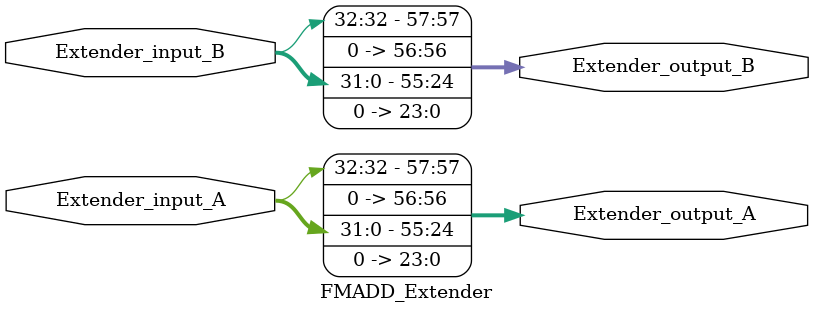
<source format=v>

module FMADD_Extender (Extender_input_A,Extender_input_B,Extender_output_A,Extender_output_B);
parameter std =31;
parameter man = 22;
parameter exp = 7;

//input declaration
input [std+1:0]  Extender_input_A,Extender_input_B;


//output declaration
output [2+exp+2*(man+2):0] Extender_output_A,Extender_output_B;

//main functionlity
assign  Extender_output_A =  {Extender_input_A[std+1],1'b0,Extender_input_A[std:0],{man+2{1'b0}}}  ;
assign  Extender_output_B =  {Extender_input_B[std+1],1'b0,Extender_input_B[std:0],{man+2{1'b0}}}  ;


endmodule
</source>
